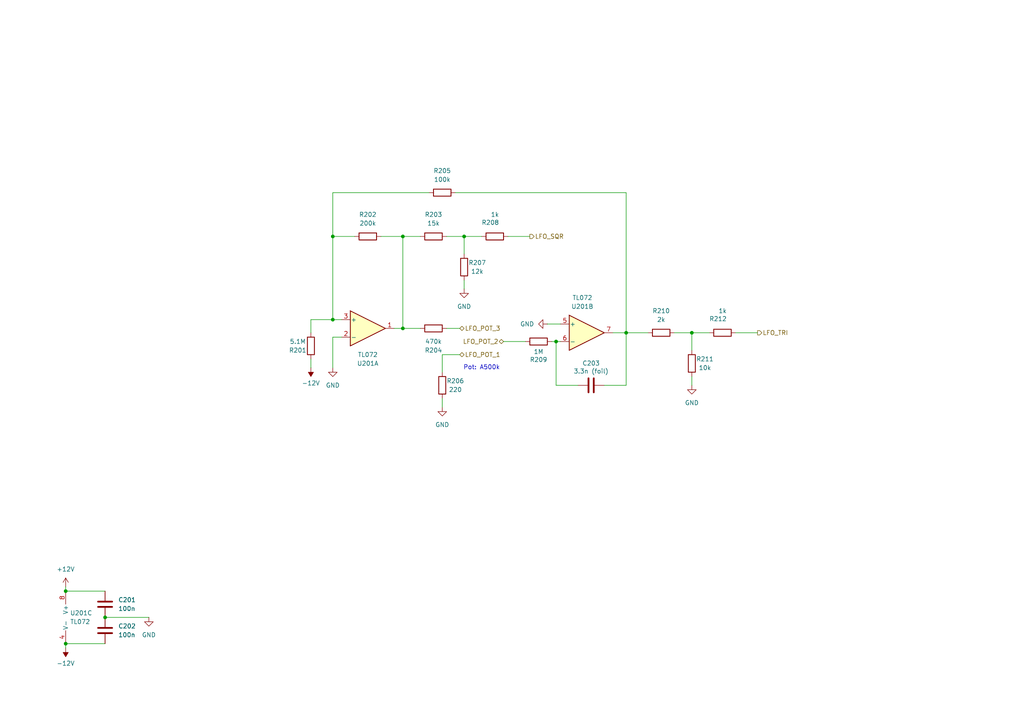
<source format=kicad_sch>
(kicad_sch (version 20250114) (generator "eeschema") (generator_version "9.0")
  (paper "A4")
  (lib_symbols
    (symbol "Amplifier_Operational:TL072" (pin_names (offset 0.127))
      (property "Reference" "U" (at 0 5.08 0))
      (property "Value" "TL072" (at 0 -5.08 0))
      (symbol "TL072_1_1"
        (polyline (pts (xy -5.08 5.08) (xy 5.08 0) (xy -5.08 -5.08) (xy -5.08 5.08)) (stroke (width 0.254)) (fill (type background)))
        (pin input line (at -7.62 2.54 0) (length 2.54) (name "+") (number "3"))
        (pin input line (at -7.62 -2.54 0) (length 2.54) (name "-") (number "2"))
        (pin output line (at 7.62 0 180) (length 2.54) (name "~") (number "1"))
      )
      (symbol "TL072_2_1"
        (polyline (pts (xy -5.08 5.08) (xy 5.08 0) (xy -5.08 -5.08) (xy -5.08 5.08)) (stroke (width 0.254)) (fill (type background)))
        (pin input line (at -7.62 2.54 0) (length 2.54) (name "+") (number "5"))
        (pin input line (at -7.62 -2.54 0) (length 2.54) (name "-") (number "6"))
        (pin output line (at 7.62 0 180) (length 2.54) (name "~") (number "7"))
      )
      (symbol "TL072_3_1"
        (pin power_in line (at -2.54 7.62 270) (length 3.81) (name "V+") (number "8"))
        (pin power_in line (at -2.54 -7.62 90) (length 3.81) (name "V-") (number "4"))
      )
    )
    (symbol "Device:C" (pin_numbers (hide yes)) (pin_names (offset 0.254))
      (property "Reference" "C" (at 0.635 2.54 0))
      (property "Value" "C" (at 0.635 -2.54 0))
      (symbol "C_0_1"
        (polyline (pts (xy -2.032 0.762) (xy 2.032 0.762)) (stroke (width 0.508)))
        (polyline (pts (xy -2.032 -0.762) (xy 2.032 -0.762)) (stroke (width 0.508)))
      )
      (symbol "C_1_1"
        (pin passive line (at 0 3.81 270) (length 2.794) (name "~") (number "1"))
        (pin passive line (at 0 -3.81 90) (length 2.794) (name "~") (number "2"))
      )
    )
    (symbol "Device:R" (pin_numbers (hide yes)) (pin_names (offset 0))
      (property "Reference" "R" (at 2.032 0 90))
      (property "Value" "R" (at 0 0 90))
      (symbol "R_0_1"
        (rectangle (start -1.016 -2.54) (end 1.016 2.54) (stroke (width 0.254)))
      )
      (symbol "R_1_1"
        (pin passive line (at 0 3.81 270) (length 1.27) (name "~") (number "1"))
        (pin passive line (at 0 -3.81 90) (length 1.27) (name "~") (number "2"))
      )
    )
    (symbol "power:+12V" (power) (pin_numbers (hide yes)) (pin_names (offset 0) (hide yes))
      (property "Value" "+12V" (at 0 3.556 0))
      (symbol "+12V_0_1"
        (polyline (pts (xy -0.762 1.27) (xy 0 2.54)))
        (polyline (pts (xy 0 2.54) (xy 0.762 1.27)))
        (polyline (pts (xy 0 0) (xy 0 2.54)))
      )
      (symbol "+12V_1_1"
        (pin power_in line (at 0 0 90) (length 0) (name "~") (number "1"))
      )
    )
    (symbol "power:-12V" (power) (pin_numbers (hide yes)) (pin_names (offset 0) (hide yes))
      (property "Value" "-12V" (at 0 3.556 0))
      (symbol "-12V_0_0"
        (pin power_in line (at 0 0 90) (length 0) (name "~") (number "1"))
      )
      (symbol "-12V_0_1"
        (polyline (pts (xy 0 0) (xy 0 1.27) (xy 0.762 1.27) (xy 0 2.54) (xy -0.762 1.27) (xy 0 1.27)) (fill (type outline)))
      )
    )
    (symbol "power:GND" (power) (pin_numbers (hide yes)) (pin_names (offset 0) (hide yes))
      (property "Value" "GND" (at 0 -3.81 0))
      (symbol "GND_0_1"
        (polyline (pts (xy 0 0) (xy 0 -1.27) (xy 1.27 -1.27) (xy 0 -2.54) (xy -1.27 -1.27) (xy 0 -1.27)))
      )
      (symbol "GND_1_1"
        (pin power_in line (at 0 0 270) (length 0) (name "~") (number "1"))
      )
    )
  )
  (text "Pot: A500k" (at 139.7 106.68 0) (effects (font (size 1.27 1.27))))
  (junction (at 134.62 68.58))
  (junction (at 19.05 186.69))
  (junction (at 30.48 179.07))
  (junction (at 181.61 96.52))
  (junction (at 200.66 96.52))
  (junction (at 96.52 68.58))
  (junction (at 19.05 171.45))
  (junction (at 116.84 68.58))
  (junction (at 116.84 95.25))
  (junction (at 161.29 99.06))
  (junction (at 96.52 92.71))
  (wire (pts (xy 110.49 68.58) (xy 116.84 68.58)))
  (wire (pts (xy 181.61 111.76) (xy 181.61 96.52)))
  (wire (pts (xy 102.87 68.58) (xy 96.52 68.58)))
  (wire (pts (xy 213.36 96.52) (xy 219.71 96.52)))
  (wire (pts (xy 175.26 111.76) (xy 181.61 111.76)))
  (wire (pts (xy 129.54 68.58) (xy 134.62 68.58)))
  (wire (pts (xy 147.32 68.58) (xy 153.67 68.58)))
  (wire (pts (xy 116.84 68.58) (xy 121.92 68.58)))
  (wire (pts (xy 116.84 68.58) (xy 116.84 95.25)))
  (wire (pts (xy 134.62 83.82) (xy 134.62 81.28)))
  (wire (pts (xy 124.46 55.88) (xy 96.52 55.88)))
  (wire (pts (xy 128.27 115.57) (xy 128.27 118.11)))
  (wire (pts (xy 200.66 111.76) (xy 200.66 109.22)))
  (wire (pts (xy 96.52 55.88) (xy 96.52 68.58)))
  (wire (pts (xy 99.06 97.79) (xy 96.52 97.79)))
  (wire (pts (xy 139.7 68.58) (xy 134.62 68.58)))
  (wire (pts (xy 19.05 171.45) (xy 30.48 171.45)))
  (wire (pts (xy 200.66 96.52) (xy 200.66 101.6)))
  (wire (pts (xy 160.02 99.06) (xy 161.29 99.06)))
  (wire (pts (xy 181.61 96.52) (xy 187.96 96.52)))
  (wire (pts (xy 205.74 96.52) (xy 200.66 96.52)))
  (wire (pts (xy 128.27 102.87) (xy 128.27 107.95)))
  (wire (pts (xy 96.52 68.58) (xy 96.52 92.71)))
  (wire (pts (xy 158.75 93.98) (xy 162.56 93.98)))
  (wire (pts (xy 195.58 96.52) (xy 200.66 96.52)))
  (wire (pts (xy 114.3 95.25) (xy 116.84 95.25)))
  (wire (pts (xy 19.05 186.69) (xy 30.48 186.69)))
  (wire (pts (xy 146.05 99.06) (xy 152.4 99.06)))
  (wire (pts (xy 96.52 92.71) (xy 99.06 92.71)))
  (wire (pts (xy 30.48 179.07) (xy 43.18 179.07)))
  (wire (pts (xy 129.54 95.25) (xy 133.35 95.25)))
  (wire (pts (xy 90.17 92.71) (xy 96.52 92.71)))
  (wire (pts (xy 90.17 106.68) (xy 90.17 104.14)))
  (wire (pts (xy 134.62 68.58) (xy 134.62 73.66)))
  (wire (pts (xy 181.61 55.88) (xy 181.61 96.52)))
  (wire (pts (xy 19.05 187.96) (xy 19.05 186.69)))
  (wire (pts (xy 19.05 170.18) (xy 19.05 171.45)))
  (wire (pts (xy 133.35 102.87) (xy 128.27 102.87)))
  (wire (pts (xy 161.29 99.06) (xy 161.29 111.76)))
  (wire (pts (xy 96.52 97.79) (xy 96.52 106.68)))
  (wire (pts (xy 181.61 96.52) (xy 177.8 96.52)))
  (wire (pts (xy 161.29 99.06) (xy 162.56 99.06)))
  (wire (pts (xy 161.29 111.76) (xy 167.64 111.76)))
  (wire (pts (xy 116.84 95.25) (xy 121.92 95.25)))
  (wire (pts (xy 132.08 55.88) (xy 181.61 55.88)))
  (wire (pts (xy 90.17 96.52) (xy 90.17 92.71)))
  (hierarchical_label "LFO_TRI" (shape output) (at 219.71 96.52 0))
  (hierarchical_label "LFO_POT_2" (shape bidirectional) (at 146.05 99.06 180))
  (hierarchical_label "LFO_SQR" (shape output) (at 153.67 68.58 0))
  (hierarchical_label "LFO_POT_1" (shape bidirectional) (at 133.35 102.87 0))
  (hierarchical_label "LFO_POT_3" (shape bidirectional) (at 133.35 95.25 0))
  (symbol (lib_id "Device:R") (at 209.55 96.52 90) (unit 1)
    (property "Reference" "R212" (at 210.82 92.4814 90) (effects (justify left)))
    (property "Value" "1k" (at 210.82 90.17 90) (effects (justify left)))
    (property "Footprint" "Resistor_SMD:R_0603_1608Metric" (effects (hide yes)))
    (property "LCSC" "C21190" (effects (hide yes)))
    (property "Vendor" "JLCPCB" (effects (hide yes)))
    (property "CHECKED" "YES" (effects (hide yes)))
  )
  (symbol (lib_id "power:GND") (at 134.62 83.82 0) (unit 1)
    (property "Reference" "#PWR0207" (effects (hide yes)))
    (property "Value" "GND" (at 134.62 88.9 0))
    (property "Description" "Power symbol creates a global label with name \"GND\" , ground" (effects (hide yes)))
  )
  (symbol (lib_id "Device:R") (at 191.77 96.52 90) (unit 1)
    (property "Reference" "R210" (at 191.77 90.17 90))
    (property "Value" "2k" (at 191.77 92.71 90))
    (property "Footprint" "Resistor_SMD:R_0603_1608Metric" (effects (hide yes)))
    (property "LCSC" "C25811" (effects (hide yes)))
    (property "Vendor" "JLCPCB" (effects (hide yes)))
    (property "CHECKED" "YES" (effects (hide yes)))
  )
  (symbol (lib_id "Device:C") (at 30.48 182.88 0) (unit 1)
    (property "Reference" "C202" (at 34.29 181.61 0) (effects (justify left)))
    (property "Value" "100n" (at 34.29 184.15 0) (effects (justify left)))
    (property "Footprint" "Capacitor_SMD:C_0603_1608Metric" (effects (hide yes)))
    (property "LCSC" "C14663" (effects (hide yes)))
    (property "Vendor" "JLCPCB" (effects (hide yes)))
    (property "CHECKED" "YES" (effects (hide yes)))
  )
  (symbol (lib_id "Amplifier_Operational:TL072") (at 21.59 179.07 0) (unit 3)
    (property "Reference" "U201" (at 20.32 177.8 0) (effects (justify left)))
    (property "Value" "TL072" (at 20.32 180.34 0) (effects (justify left)))
    (property "Footprint" "Package_SO:SOIC-8_3.9x4.9mm_P1.27mm" (effects (hide yes)))
    (property "Datasheet" "http://www.ti.com/lit/ds/symlink/tl071.pdf" (effects (hide yes)))
    (property "LCSC" "C6961" (effects (hide yes)))
    (property "Vendor" "JLCPCB" (effects (hide yes)))
    (property "CHECKED" "YES" (effects (hide yes)))
  )
  (symbol (lib_id "Device:R") (at 134.62 77.47 0) (unit 1)
    (property "Reference" "R207" (at 138.43 76.2 0))
    (property "Value" "12k" (at 138.43 78.74 0))
    (property "Footprint" "Resistor_SMD:R_0603_1608Metric" (effects (hide yes)))
    (property "LCSC" "C22962" (effects (hide yes)))
    (property "Vendor" "JLCPCB" (effects (hide yes)))
    (property "CHECKED" "YES" (effects (hide yes)))
  )
  (symbol (lib_id "Device:R") (at 128.27 111.76 0) (unit 1)
    (property "Reference" "R206" (at 132.08 110.49 0))
    (property "Value" "220" (at 132.08 113.03 0))
    (property "Footprint" "Shmoergh_Custom_Footprints:R_Axial_DIN0207_L6.3mm_D2.5mm_P7.62mm_Horizontal" (effects (hide yes)))
    (property "CHECKED" "YES" (effects (hide yes)))
  )
  (symbol (lib_id "Device:R") (at 156.21 99.06 270) (mirror x) (unit 1)
    (property "Reference" "R209" (at 156.21 104.3178 90))
    (property "Value" "1M" (at 156.21 102.0064 90))
    (property "Footprint" "Resistor_SMD:R_0603_1608Metric" (effects (hide yes)))
    (property "LCSC" "C22935" (effects (hide yes)))
    (property "Vendor" "JLCPCB" (effects (hide yes)))
    (property "CHECKED" "YES" (effects (hide yes)))
  )
  (symbol (lib_id "Device:C") (at 171.45 111.76 270) (unit 1)
    (property "Reference" "C203" (at 171.45 105.3592 90))
    (property "Value" "3.3n (foil)" (at 171.45 107.6706 90))
    (property "Footprint" "Capacitor_THT:C_Rect_L7.0mm_W2.5mm_P5.00mm" (effects (hide yes)))
    (property "Part No." "80-R82EC1330AA50K " (effects (hide yes)))
    (property "Part URL" "https://mou.sr/3BhmOHr" (effects (hide yes)))
    (property "Vendor" "Mouser" (effects (hide yes)))
    (property "CHECKED" "YES" (effects (hide yes)))
  )
  (symbol (lib_id "power:GND") (at 43.18 179.07 0) (unit 1)
    (property "Reference" "#PWR0203" (effects (hide yes)))
    (property "Value" "GND" (at 43.18 184.15 0))
    (property "Description" "Power symbol creates a global label with name \"GND\" , ground" (effects (hide yes)))
  )
  (symbol (lib_id "Device:R") (at 125.73 68.58 90) (unit 1)
    (property "Reference" "R203" (at 125.73 62.23 90))
    (property "Value" "15k" (at 125.73 64.77 90))
    (property "Footprint" "Resistor_SMD:R_0603_1608Metric" (effects (hide yes)))
    (property "LCSC" "C25811" (effects (hide yes)))
    (property "Vendor" "JLCPCB" (effects (hide yes)))
    (property "CHECKED" "YES" (effects (hide yes)))
  )
  (symbol (lib_id "Device:R") (at 200.66 105.41 0) (unit 1)
    (property "Reference" "R211" (at 204.47 104.14 0))
    (property "Value" "10k" (at 204.47 106.68 0))
    (property "Footprint" "Resistor_SMD:R_0603_1608Metric" (effects (hide yes)))
    (property "LCSC" "C22962" (effects (hide yes)))
    (property "Vendor" "JLCPCB" (effects (hide yes)))
    (property "CHECKED" "YES" (effects (hide yes)))
  )
  (symbol (lib_id "Device:R") (at 143.51 68.58 90) (unit 1)
    (property "Reference" "R208" (at 144.78 64.5414 90) (effects (justify left)))
    (property "Value" "1k" (at 144.78 62.23 90) (effects (justify left)))
    (property "Footprint" "Resistor_SMD:R_0603_1608Metric" (effects (hide yes)))
    (property "LCSC" "C21190" (effects (hide yes)))
    (property "Vendor" "JLCPCB" (effects (hide yes)))
    (property "CHECKED" "YES" (effects (hide yes)))
  )
  (symbol (lib_id "power:-12V") (at 90.17 106.68 180) (unit 1)
    (property "Reference" "#PWR0204" (effects (hide yes)))
    (property "Value" "-12V" (at 90.17 111.125 0))
    (property "Description" "Power symbol creates a global label with name \"-12V\"" (effects (hide yes)))
  )
  (symbol (lib_id "power:GND") (at 128.27 118.11 0) (unit 1)
    (property "Reference" "#PWR0206" (effects (hide yes)))
    (property "Value" "GND" (at 128.27 123.19 0))
    (property "Description" "Power symbol creates a global label with name \"GND\" , ground" (effects (hide yes)))
  )
  (symbol (lib_id "Device:R") (at 90.17 100.33 180) (unit 1)
    (property "Reference" "R201" (at 86.36 101.6 0))
    (property "Value" "5.1M" (at 86.36 99.06 0))
    (property "Footprint" "Resistor_SMD:R_0603_1608Metric" (effects (hide yes)))
    (property "LCSC" "C13320" (effects (hide yes)))
    (property "Vendor" "JLCPCB" (effects (hide yes)))
    (property "CHECKED" "YES" (effects (hide yes)))
  )
  (symbol (lib_id "Device:R") (at 106.68 68.58 90) (unit 1)
    (property "Reference" "R202" (at 106.68 62.23 90))
    (property "Value" "200k" (at 106.68 64.77 90))
    (property "Footprint" "Resistor_SMD:R_0603_1608Metric" (effects (hide yes)))
    (property "LCSC" "C25811" (effects (hide yes)))
    (property "Vendor" "JLCPCB" (effects (hide yes)))
    (property "CHECKED" "YES" (effects (hide yes)))
  )
  (symbol (lib_id "power:+12V") (at 19.05 170.18 0) (unit 1)
    (property "Reference" "#PWR0201" (effects (hide yes)))
    (property "Value" "+12V" (at 19.05 165.1 0))
    (property "Description" "Power symbol creates a global label with name \"+12V\"" (effects (hide yes)))
  )
  (symbol (lib_id "Device:C") (at 30.48 175.26 0) (unit 1)
    (property "Reference" "C201" (at 34.29 173.99 0) (effects (justify left)))
    (property "Value" "100n" (at 34.29 176.53 0) (effects (justify left)))
    (property "Footprint" "Capacitor_SMD:C_0603_1608Metric" (effects (hide yes)))
    (property "LCSC" "C14663" (effects (hide yes)))
    (property "Vendor" "JLCPCB" (effects (hide yes)))
    (property "CHECKED" "YES" (effects (hide yes)))
  )
  (symbol (lib_id "Device:R") (at 125.73 95.25 270) (unit 1)
    (property "Reference" "R204" (at 125.73 101.6 90))
    (property "Value" "470k" (at 125.73 99.06 90))
    (property "Footprint" "Resistor_SMD:R_0603_1608Metric" (effects (hide yes)))
    (property "LCSC" "C23178" (effects (hide yes)))
    (property "Vendor" "JLCPCB" (effects (hide yes)))
    (property "CHECKED" "YES" (effects (hide yes)))
  )
  (symbol (lib_id "power:-12V") (at 19.05 187.96 180) (unit 1)
    (property "Reference" "#PWR0202" (effects (hide yes)))
    (property "Value" "-12V" (at 19.05 192.405 0))
    (property "Description" "Power symbol creates a global label with name \"-12V\"" (effects (hide yes)))
  )
  (symbol (lib_id "Amplifier_Operational:TL072") (at 170.18 96.52 0) (unit 2)
    (property "Reference" "U201" (at 168.91 88.9 0))
    (property "Value" "TL072" (at 168.91 86.36 0))
    (property "Footprint" "Package_SO:SOIC-8_3.9x4.9mm_P1.27mm" (effects (hide yes)))
    (property "Datasheet" "http://www.ti.com/lit/ds/symlink/tl071.pdf" (effects (hide yes)))
    (property "LCSC" "C6961" (effects (hide yes)))
    (property "Vendor" "JLCPCB" (effects (hide yes)))
    (property "CHECKED" "YES" (effects (hide yes)))
  )
  (symbol (lib_id "power:GND") (at 96.52 106.68 0) (unit 1)
    (property "Reference" "#PWR0205" (effects (hide yes)))
    (property "Value" "GND" (at 96.52 111.76 0))
    (property "Description" "Power symbol creates a global label with name \"GND\" , ground" (effects (hide yes)))
  )
  (symbol (lib_id "Amplifier_Operational:TL072") (at 106.68 95.25 0) (unit 1)
    (property "Reference" "U201" (at 106.68 105.41 0))
    (property "Value" "TL072" (at 106.68 102.87 0))
    (property "Footprint" "Package_SO:SOIC-8_3.9x4.9mm_P1.27mm" (effects (hide yes)))
    (property "Datasheet" "http://www.ti.com/lit/ds/symlink/tl071.pdf" (effects (hide yes)))
    (property "LCSC" "C6961" (effects (hide yes)))
    (property "Vendor" "JLCPCB" (effects (hide yes)))
    (property "CHECKED" "YES" (effects (hide yes)))
  )
  (symbol (lib_id "Device:R") (at 128.27 55.88 90) (unit 1)
    (property "Reference" "R205" (at 128.27 49.53 90))
    (property "Value" "100k" (at 128.27 52.07 90))
    (property "Footprint" "Resistor_SMD:R_0603_1608Metric" (effects (hide yes)))
    (property "LCSC" "C25803" (effects (hide yes)))
    (property "Vendor" "JLCPCB" (effects (hide yes)))
    (property "CHECKED" "YES" (effects (hide yes)))
  )
  (symbol (lib_id "power:GND") (at 158.75 93.98 270) (unit 1)
    (property "Reference" "#PWR0208" (effects (hide yes)))
    (property "Value" "GND" (at 154.94 93.9799 90) (effects (justify right)))
    (property "Description" "Power symbol creates a global label with name \"GND\" , ground" (effects (hide yes)))
  )
  (symbol (lib_id "power:GND") (at 200.66 111.76 0) (unit 1)
    (property "Reference" "#PWR0209" (effects (hide yes)))
    (property "Value" "GND" (at 200.66 116.84 0))
    (property "Description" "Power symbol creates a global label with name \"GND\" , ground" (effects (hide yes)))
  )
)
</source>
